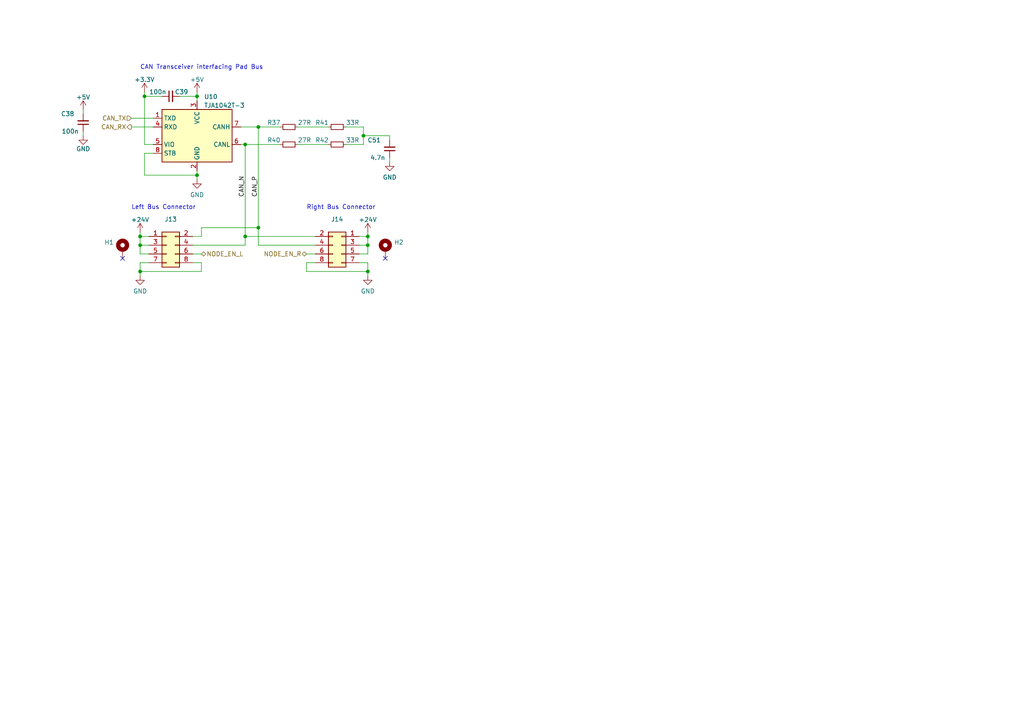
<source format=kicad_sch>
(kicad_sch (version 20211123) (generator eeschema)
  (paper "A4")
  (lib_symbols
    (symbol "Connector_Generic:Conn_02x04_Odd_Even" (pin_names (offset 1.016) hide)
      (property "Reference" "J" (at 1.27 5.08 0))
      (property "Value" "Conn_02x04_Odd_Even" (at 1.27 -7.62 0))
      (symbol "Conn_02x04_Odd_Even_1_1"
        (rectangle (start -1.27 -4.953) (end 0 -5.207) (stroke (width 0.1524)))
        (rectangle (start -1.27 -2.413) (end 0 -2.667) (stroke (width 0.1524)))
        (rectangle (start -1.27 0.127) (end 0 -0.127) (stroke (width 0.1524)))
        (rectangle (start -1.27 2.667) (end 0 2.413) (stroke (width 0.1524)))
        (rectangle (start -1.27 3.81) (end 3.81 -6.35) (stroke (width 0.254)) (fill (type background)))
        (rectangle (start 3.81 -4.953) (end 2.54 -5.207) (stroke (width 0.1524)))
        (rectangle (start 3.81 -2.413) (end 2.54 -2.667) (stroke (width 0.1524)))
        (rectangle (start 3.81 0.127) (end 2.54 -0.127) (stroke (width 0.1524)))
        (rectangle (start 3.81 2.667) (end 2.54 2.413) (stroke (width 0.1524)))
        (pin passive line (at -5.08 2.54 0) (length 3.81) (name "Pin_1") (number "1"))
        (pin passive line (at 7.62 2.54 180) (length 3.81) (name "Pin_2") (number "2"))
        (pin passive line (at -5.08 0 0) (length 3.81) (name "Pin_3") (number "3"))
        (pin passive line (at 7.62 0 180) (length 3.81) (name "Pin_4") (number "4"))
        (pin passive line (at -5.08 -2.54 0) (length 3.81) (name "Pin_5") (number "5"))
        (pin passive line (at 7.62 -2.54 180) (length 3.81) (name "Pin_6") (number "6"))
        (pin passive line (at -5.08 -5.08 0) (length 3.81) (name "Pin_7") (number "7"))
        (pin passive line (at 7.62 -5.08 180) (length 3.81) (name "Pin_8") (number "8"))
      )
    )
    (symbol "Device:C_Small" (pin_numbers hide) (pin_names (offset 0.254) hide)
      (property "Reference" "C" (at 0.254 1.778 0))
      (property "Value" "C_Small" (at 0.254 -2.032 0))
      (symbol "C_Small_0_1"
        (polyline (pts (xy -1.524 -0.508) (xy 1.524 -0.508)) (stroke (width 0.3302)))
        (polyline (pts (xy -1.524 0.508) (xy 1.524 0.508)) (stroke (width 0.3048)))
      )
      (symbol "C_Small_1_1"
        (pin passive line (at 0 2.54 270) (length 2.032) (name "~") (number "1"))
        (pin passive line (at 0 -2.54 90) (length 2.032) (name "~") (number "2"))
      )
    )
    (symbol "Device:R_Small" (pin_numbers hide) (pin_names (offset 0.254) hide)
      (property "Reference" "R" (at 0.762 0.508 0))
      (property "Value" "R_Small" (at 0.762 -1.016 0))
      (symbol "R_Small_0_1"
        (rectangle (start -0.762 1.778) (end 0.762 -1.778) (stroke (width 0.2032)))
      )
      (symbol "R_Small_1_1"
        (pin passive line (at 0 2.54 270) (length 0.762) (name "~") (number "1"))
        (pin passive line (at 0 -2.54 90) (length 0.762) (name "~") (number "2"))
      )
    )
    (symbol "Interface_CAN_LIN:TJA1042T-3"
      (property "Reference" "U" (at -10.16 8.89 0))
      (property "Value" "TJA1042T-3" (at 1.27 8.89 0))
      (symbol "TJA1042T-3_0_1"
        (rectangle (start -10.16 7.62) (end 10.16 -7.62) (stroke (width 0.254)) (fill (type background)))
      )
      (symbol "TJA1042T-3_1_1"
        (pin input line (at -12.7 5.08 0) (length 2.54) (name "TXD") (number "1"))
        (pin power_in line (at 0 -10.16 90) (length 2.54) (name "GND") (number "2"))
        (pin power_in line (at 0 10.16 270) (length 2.54) (name "VCC") (number "3"))
        (pin output line (at -12.7 2.54 0) (length 2.54) (name "RXD") (number "4"))
        (pin power_in line (at -12.7 -2.54 0) (length 2.54) (name "VIO") (number "5"))
        (pin bidirectional line (at 12.7 -2.54 180) (length 2.54) (name "CANL") (number "6"))
        (pin bidirectional line (at 12.7 2.54 180) (length 2.54) (name "CANH") (number "7"))
        (pin input line (at -12.7 -5.08 0) (length 2.54) (name "STB") (number "8"))
      )
    )
    (symbol "Mechanical:MountingHole_Pad" (pin_numbers hide) (pin_names (offset 1.016) hide)
      (property "Reference" "H" (at 0 6.35 0))
      (property "Value" "MountingHole_Pad" (at 0 4.445 0))
      (symbol "MountingHole_Pad_0_1"
        (circle (center 0 1.27) (radius 1.27) (stroke (width 1.27)))
      )
      (symbol "MountingHole_Pad_1_1"
        (pin input line (at 0 -2.54 90) (length 2.54) (name "1") (number "1"))
      )
    )
    (symbol "power:+24V" (power) (pin_numbers hide) (pin_names (offset 0) hide)
      (property "Value" "+24V" (at 0 3.556 0))
      (symbol "+24V_0_1"
        (polyline (pts (xy -0.762 1.27) (xy 0 2.54)))
        (polyline (pts (xy 0 0) (xy 0 2.54)))
        (polyline (pts (xy 0 2.54) (xy 0.762 1.27)))
      )
      (symbol "+24V_1_1"
        (pin power_in line (at 0 0 90) (length 0) hide (name "+24V") (number "1"))
      )
    )
    (symbol "power:+3.3V" (power) (pin_numbers hide) (pin_names (offset 0) hide)
      (property "Value" "+3.3V" (at 0 3.556 0))
      (symbol "+3.3V_0_1"
        (polyline (pts (xy -0.762 1.27) (xy 0 2.54)))
        (polyline (pts (xy 0 0) (xy 0 2.54)))
        (polyline (pts (xy 0 2.54) (xy 0.762 1.27)))
      )
      (symbol "+3.3V_1_1"
        (pin power_in line (at 0 0 90) (length 0) hide (name "+3.3V") (number "1"))
      )
    )
    (symbol "power:+5V" (power) (pin_numbers hide) (pin_names (offset 0) hide)
      (property "Value" "+5V" (at 0 3.556 0))
      (symbol "+5V_0_1"
        (polyline (pts (xy -0.762 1.27) (xy 0 2.54)))
        (polyline (pts (xy 0 0) (xy 0 2.54)))
        (polyline (pts (xy 0 2.54) (xy 0.762 1.27)))
      )
      (symbol "+5V_1_1"
        (pin power_in line (at 0 0 90) (length 0) hide (name "+5V") (number "1"))
      )
    )
    (symbol "power:GND" (power) (pin_numbers hide) (pin_names (offset 0) hide)
      (property "Value" "GND" (at 0 -3.81 0))
      (symbol "GND_0_1"
        (polyline (pts (xy 0 0) (xy 0 -1.27) (xy 1.27 -1.27) (xy 0 -2.54) (xy -1.27 -1.27) (xy 0 -1.27)))
      )
      (symbol "GND_1_1"
        (pin power_in line (at 0 0 270) (length 0) hide (name "GND") (number "1"))
      )
    )
  )
  (junction (at 71.12 68.58))
  (junction (at 40.64 68.58))
  (junction (at 74.93 36.83))
  (junction (at 57.15 27.94))
  (junction (at 74.93 66.04))
  (junction (at 106.68 78.74))
  (junction (at 71.12 41.91))
  (junction (at 40.64 78.74))
  (junction (at 40.64 71.12))
  (junction (at 106.68 71.12))
  (junction (at 41.91 27.94))
  (junction (at 57.15 50.8))
  (junction (at 106.68 68.58))
  (junction (at 105.41 39.37))
  (no_connect (at 35.56 74.93))
  (no_connect (at 111.76 74.93))
  (wire (pts (xy 41.91 26.67) (xy 41.91 27.94)))
  (wire (pts (xy 58.42 68.58) (xy 55.88 68.58)))
  (wire (pts (xy 74.93 36.83) (xy 81.28 36.83)))
  (wire (pts (xy 74.93 66.04) (xy 74.93 71.12)))
  (wire (pts (xy 40.64 68.58) (xy 40.64 67.31)))
  (wire (pts (xy 104.14 68.58) (xy 106.68 68.58)))
  (wire (pts (xy 86.36 41.91) (xy 95.25 41.91)))
  (wire (pts (xy 41.91 27.94) (xy 41.91 41.91)))
  (wire (pts (xy 106.68 71.12) (xy 106.68 73.66)))
  (wire (pts (xy 24.13 31.75) (xy 24.13 33.02)))
  (wire (pts (xy 106.68 68.58) (xy 106.68 67.31)))
  (wire (pts (xy 88.9 76.2) (xy 88.9 78.74)))
  (wire (pts (xy 105.41 41.91) (xy 105.41 39.37)))
  (wire (pts (xy 106.68 76.2) (xy 104.14 76.2)))
  (wire (pts (xy 86.36 36.83) (xy 95.25 36.83)))
  (wire (pts (xy 58.42 78.74) (xy 58.42 76.2)))
  (wire (pts (xy 88.9 78.74) (xy 106.68 78.74)))
  (wire (pts (xy 88.9 73.66) (xy 91.44 73.66)))
  (wire (pts (xy 44.45 41.91) (xy 41.91 41.91)))
  (wire (pts (xy 113.03 39.37) (xy 105.41 39.37)))
  (wire (pts (xy 113.03 45.72) (xy 113.03 46.99)))
  (wire (pts (xy 57.15 52.07) (xy 57.15 50.8)))
  (wire (pts (xy 71.12 71.12) (xy 55.88 71.12)))
  (wire (pts (xy 41.91 44.45) (xy 41.91 50.8)))
  (wire (pts (xy 69.85 41.91) (xy 71.12 41.91)))
  (wire (pts (xy 74.93 66.04) (xy 58.42 66.04)))
  (wire (pts (xy 57.15 50.8) (xy 57.15 49.53)))
  (wire (pts (xy 40.64 76.2) (xy 40.64 78.74)))
  (wire (pts (xy 41.91 50.8) (xy 57.15 50.8)))
  (wire (pts (xy 104.14 71.12) (xy 106.68 71.12)))
  (wire (pts (xy 43.18 73.66) (xy 40.64 73.66)))
  (wire (pts (xy 104.14 73.66) (xy 106.68 73.66)))
  (wire (pts (xy 52.07 27.94) (xy 57.15 27.94)))
  (wire (pts (xy 24.13 38.1) (xy 24.13 39.37)))
  (wire (pts (xy 71.12 68.58) (xy 71.12 71.12)))
  (wire (pts (xy 43.18 71.12) (xy 40.64 71.12)))
  (wire (pts (xy 106.68 78.74) (xy 106.68 80.01)))
  (wire (pts (xy 40.64 78.74) (xy 58.42 78.74)))
  (wire (pts (xy 43.18 68.58) (xy 40.64 68.58)))
  (wire (pts (xy 38.1 36.83) (xy 44.45 36.83)))
  (wire (pts (xy 44.45 44.45) (xy 41.91 44.45)))
  (wire (pts (xy 100.33 41.91) (xy 105.41 41.91)))
  (wire (pts (xy 105.41 39.37) (xy 105.41 36.83)))
  (wire (pts (xy 57.15 27.94) (xy 57.15 29.21)))
  (wire (pts (xy 71.12 68.58) (xy 91.44 68.58)))
  (wire (pts (xy 58.42 66.04) (xy 58.42 68.58)))
  (wire (pts (xy 40.64 71.12) (xy 40.64 68.58)))
  (wire (pts (xy 105.41 36.83) (xy 100.33 36.83)))
  (wire (pts (xy 58.42 76.2) (xy 55.88 76.2)))
  (wire (pts (xy 40.64 73.66) (xy 40.64 71.12)))
  (wire (pts (xy 74.93 36.83) (xy 74.93 66.04)))
  (wire (pts (xy 71.12 41.91) (xy 71.12 68.58)))
  (wire (pts (xy 69.85 36.83) (xy 74.93 36.83)))
  (wire (pts (xy 106.68 71.12) (xy 106.68 68.58)))
  (wire (pts (xy 113.03 40.64) (xy 113.03 39.37)))
  (wire (pts (xy 41.91 27.94) (xy 46.99 27.94)))
  (wire (pts (xy 40.64 76.2) (xy 43.18 76.2)))
  (wire (pts (xy 74.93 71.12) (xy 91.44 71.12)))
  (wire (pts (xy 71.12 41.91) (xy 81.28 41.91)))
  (wire (pts (xy 57.15 26.67) (xy 57.15 27.94)))
  (wire (pts (xy 55.88 73.66) (xy 58.42 73.66)))
  (wire (pts (xy 38.1 34.29) (xy 44.45 34.29)))
  (wire (pts (xy 40.64 78.74) (xy 40.64 80.01)))
  (wire (pts (xy 88.9 76.2) (xy 91.44 76.2)))
  (wire (pts (xy 106.68 76.2) (xy 106.68 78.74)))
  (text "Right Bus Connector" (at 88.9 60.96 0) (effects (font (size 1.27 1.27)) (justify left bottom)))
  (text "CAN Transceiver interfacing Pad Bus" (at 40.64 20.32 0) (effects (font (size 1.27 1.27)) (justify left bottom)))
  (text "Left Bus Connector" (at 38.1 60.96 0) (effects (font (size 1.27 1.27)) (justify left bottom)))
  (label "CAN_P" (at 74.93 57.15 90))
  (label "CAN_N" (at 71.12 57.15 90))
  (hierarchical_label "CAN_TX" (shape input) (at 38.1 34.29 180))
  (hierarchical_label "NODE_EN_L" (shape bidirectional) (at 58.42 73.66 0))
  (hierarchical_label "NODE_EN_R" (shape bidirectional) (at 88.9 73.66 180))
  (hierarchical_label "CAN_RX" (shape output) (at 38.1 36.83 180))
  (symbol (lib_id "Device:C_Small") (at 113.03 43.18 180) (unit 1)
    (property "Reference" "C51" (at 110.49 40.64 0) (effects (justify left)))
    (property "Value" "4.7n" (at 111.76 45.72 0) (effects (justify left)))
    (property "Footprint" "Capacitor_SMD:C_0603_1608Metric" (effects hide))
  )
  (symbol (lib_id "power:+24V") (at 40.64 67.31 0) (unit 1)
    (property "Reference" "#PWR085" (effects hide))
    (property "Value" "+24V" (at 40.64 63.7342 0))
  )
  (symbol (lib_id "Mechanical:MountingHole_Pad") (at 111.76 72.39 0) (unit 1)
    (property "Reference" "H2" (at 114.3 70.2853 0) (effects (justify left)))
    (property "Value" "MountingHole_Pad" (effects hide))
    (property "Footprint" "MountingHole:MountingHole_3.2mm_M3_Pad" (effects hide))
  )
  (symbol (lib_id "power:GND") (at 24.13 39.37 0) (unit 1)
    (property "Reference" "#PWR083" (effects hide))
    (property "Value" "GND" (at 24.13 43.18 0))
  )
  (symbol (lib_id "Mechanical:MountingHole_Pad") (at 35.56 72.39 0) (mirror y) (unit 1)
    (property "Reference" "H1" (at 33.02 70.2853 0) (effects (justify left)))
    (property "Value" "MountingHole_Pad" (effects hide))
    (property "Footprint" "MountingHole:MountingHole_3.2mm_M3_Pad" (effects hide))
  )
  (symbol (lib_id "Device:C_Small") (at 24.13 35.56 180) (unit 1)
    (property "Reference" "C38" (at 21.59 33.02 0) (effects (justify left)))
    (property "Value" "100n" (at 22.86 38.1 0) (effects (justify left)))
    (property "Footprint" "Capacitor_SMD:C_0603_1608Metric" (effects hide))
  )
  (symbol (lib_id "Device:R_Small") (at 97.79 36.83 270) (mirror x) (unit 1)
    (property "Reference" "R41" (at 91.44 35.56 90) (effects (justify left)))
    (property "Value" "33R" (at 100.33 35.56 90) (effects (justify left)))
    (property "Footprint" "Resistor_SMD:R_0603_1608Metric" (effects hide))
  )
  (symbol (lib_id "power:GND") (at 57.15 52.07 0) (unit 1)
    (property "Reference" "#PWR088" (effects hide))
    (property "Value" "GND" (at 57.15 56.5134 0))
  )
  (symbol (lib_id "Connector_Generic:Conn_02x04_Odd_Even") (at 99.06 71.12 0) (mirror y) (unit 1)
    (property "Reference" "J14" (at 97.79 63.6102 0))
    (property "Value" "Conn_02x04_Odd_Even" (effects hide))
    (property "Footprint" "Connector_PinHeader_2.54mm:PinHeader_2x04_P2.54mm_Vertical" (effects hide))
  )
  (symbol (lib_id "power:GND") (at 113.03 46.99 0) (unit 1)
    (property "Reference" "#PWR0123" (effects hide))
    (property "Value" "GND" (at 113.03 51.4334 0))
  )
  (symbol (lib_id "power:+5V") (at 24.13 31.75 0) (unit 1)
    (property "Reference" "#PWR082" (effects hide))
    (property "Value" "+5V" (at 24.13 28.1742 0))
  )
  (symbol (lib_id "Device:R_Small") (at 83.82 36.83 270) (mirror x) (unit 1)
    (property "Reference" "R37" (at 77.47 35.56 90) (effects (justify left)))
    (property "Value" "27R" (at 86.36 35.56 90) (effects (justify left)))
    (property "Footprint" "Resistor_SMD:R_0603_1608Metric" (effects hide))
  )
  (symbol (lib_id "power:GND") (at 106.68 80.01 0) (mirror y) (unit 1)
    (property "Reference" "#PWR090" (effects hide))
    (property "Value" "GND" (at 106.68 84.4534 0))
  )
  (symbol (lib_id "power:GND") (at 40.64 80.01 0) (unit 1)
    (property "Reference" "#PWR086" (effects hide))
    (property "Value" "GND" (at 40.64 84.4534 0))
  )
  (symbol (lib_id "power:+5V") (at 57.15 26.67 0) (unit 1)
    (property "Reference" "#PWR087" (effects hide))
    (property "Value" "+5V" (at 57.15 23.0942 0))
  )
  (symbol (lib_id "Interface_CAN_LIN:TJA1042T-3") (at 57.15 39.37 0) (unit 1)
    (property "Reference" "U10" (at 59.1694 28.0502 0) (effects (justify left)))
    (property "Value" "TJA1042T-3" (at 59.1694 30.5871 0) (effects (justify left)))
    (property "Footprint" "Package_SO:SOIC-8_3.9x4.9mm_P1.27mm" (effects hide))
    (property "Datasheet" "http://www.nxp.com/documents/data_sheet/TJA1042.pdf" (effects hide))
  )
  (symbol (lib_id "Connector_Generic:Conn_02x04_Odd_Even") (at 48.26 71.12 0) (unit 1)
    (property "Reference" "J13" (at 49.53 63.6102 0))
    (property "Value" "Conn_02x04_Odd_Even" (effects hide))
    (property "Footprint" "Connector_PinHeader_2.54mm:PinHeader_2x04_P2.54mm_Vertical" (effects hide))
  )
  (symbol (lib_id "Device:R_Small") (at 97.79 41.91 270) (mirror x) (unit 1)
    (property "Reference" "R42" (at 91.44 40.64 90) (effects (justify left)))
    (property "Value" "33R" (at 100.33 40.64 90) (effects (justify left)))
    (property "Footprint" "Resistor_SMD:R_0603_1608Metric" (effects hide))
  )
  (symbol (lib_id "power:+3.3V") (at 41.91 26.67 0) (unit 1)
    (property "Reference" "#PWR084" (effects hide))
    (property "Value" "+3.3V" (at 41.91 23.0942 0))
  )
  (symbol (lib_id "Device:R_Small") (at 83.82 41.91 270) (mirror x) (unit 1)
    (property "Reference" "R40" (at 77.47 40.64 90) (effects (justify left)))
    (property "Value" "27R" (at 86.36 40.64 90) (effects (justify left)))
    (property "Footprint" "Resistor_SMD:R_0603_1608Metric" (effects hide))
  )
  (symbol (lib_id "Device:C_Small") (at 49.53 27.94 90) (unit 1)
    (property "Reference" "C39" (at 54.61 26.67 90) (effects (justify left)))
    (property "Value" "100n" (at 48.26 26.67 90) (effects (justify left)))
    (property "Footprint" "Capacitor_SMD:C_0603_1608Metric" (effects hide))
  )
  (symbol (lib_id "power:+24V") (at 106.68 67.31 0) (mirror y) (unit 1)
    (property "Reference" "#PWR089" (effects hide))
    (property "Value" "+24V" (at 106.68 63.7342 0))
  )
)
</source>
